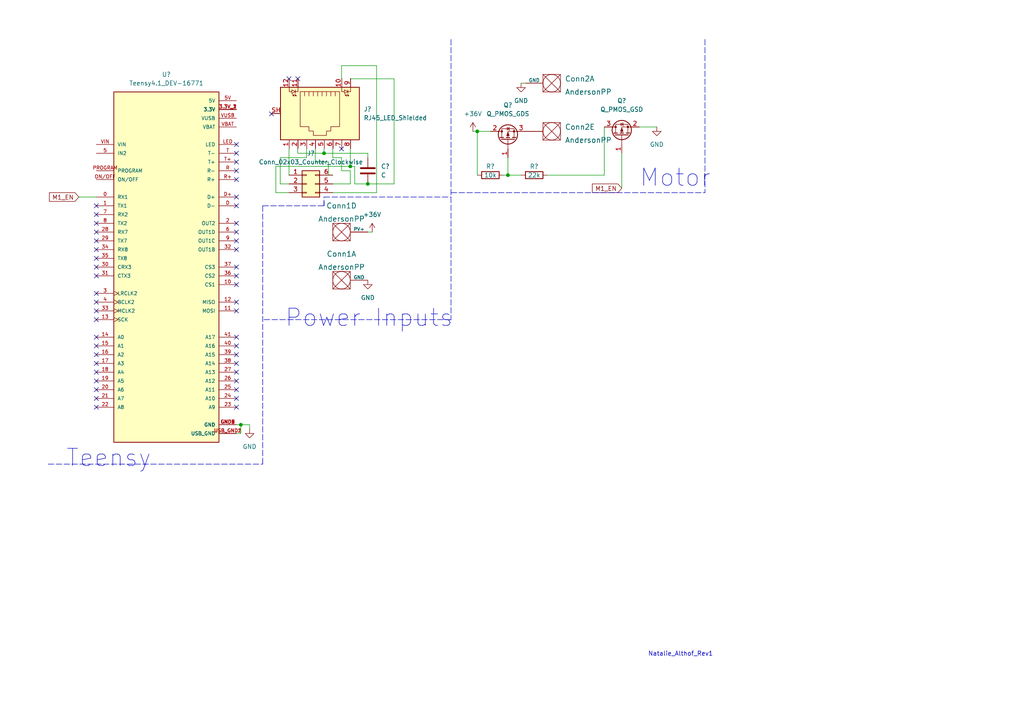
<source format=kicad_sch>
(kicad_sch (version 20211123) (generator eeschema)
  (paper "A4")
  (lib_symbols
    (symbol "Connector:RJ45_LED_Shielded" (pin_names (offset 1.016))
      (property "Reference" "J" (at -5.08 13.97 0))
      (property "Value" "RJ45_LED_Shielded" (at 1.27 13.97 0))
      (symbol "RJ45_LED_Shielded_0_1"
        (polyline (pts (xy -7.62 -7.62) (xy -6.35 -7.62)))
        (polyline (pts (xy -7.62 -5.08) (xy -6.35 -5.08)))
        (polyline (pts (xy -7.62 7.62) (xy -6.35 7.62)))
        (polyline (pts (xy -7.62 10.16) (xy -6.35 10.16)))
        (polyline (pts (xy -6.858 -5.842) (xy -5.842 -5.842)))
        (polyline (pts (xy -6.858 9.398) (xy -5.842 9.398)))
        (polyline (pts (xy -6.35 -7.62) (xy -6.35 -6.858)))
        (polyline (pts (xy -6.35 -5.08) (xy -6.35 -5.842)))
        (polyline (pts (xy -6.35 7.62) (xy -6.35 8.382)))
        (polyline (pts (xy -6.35 10.16) (xy -6.35 9.398)))
        (polyline (pts (xy -5.08 -6.223) (xy -5.207 -6.604)))
        (polyline (pts (xy -5.08 -5.588) (xy -5.207 -5.969)))
        (polyline (pts (xy -5.08 4.445) (xy -6.35 4.445)))
        (polyline (pts (xy -5.08 5.715) (xy -6.35 5.715)))
        (polyline (pts (xy -5.08 9.017) (xy -5.207 8.636)))
        (polyline (pts (xy -5.08 9.652) (xy -5.207 9.271)))
        (polyline (pts (xy -6.35 -3.175) (xy -5.08 -3.175) (xy -5.08 -3.175)))
        (polyline (pts (xy -6.35 -1.905) (xy -5.08 -1.905) (xy -5.08 -1.905)))
        (polyline (pts (xy -6.35 -0.635) (xy -5.08 -0.635) (xy -5.08 -0.635)))
        (polyline (pts (xy -6.35 0.635) (xy -5.08 0.635) (xy -5.08 0.635)))
        (polyline (pts (xy -6.35 1.905) (xy -5.08 1.905) (xy -5.08 1.905)))
        (polyline (pts (xy -5.588 -6.731) (xy -5.08 -6.223) (xy -5.461 -6.35)))
        (polyline (pts (xy -5.588 -6.096) (xy -5.08 -5.588) (xy -5.461 -5.715)))
        (polyline (pts (xy -5.588 8.509) (xy -5.08 9.017) (xy -5.461 8.89)))
        (polyline (pts (xy -5.588 9.144) (xy -5.08 9.652) (xy -5.461 9.525)))
        (polyline (pts (xy -5.08 3.175) (xy -6.35 3.175) (xy -6.35 3.175)))
        (polyline (pts (xy -6.35 -5.842) (xy -6.858 -6.858) (xy -5.842 -6.858) (xy -6.35 -5.842)))
        (polyline (pts (xy -6.35 9.398) (xy -6.858 8.382) (xy -5.842 8.382) (xy -6.35 9.398)))
        (polyline (pts (xy -6.35 -4.445) (xy -6.35 6.985) (xy 3.81 6.985) (xy 3.81 4.445) (xy 5.08 4.445) (xy 5.08 3.175) (xy 6.35 3.175) (xy 6.35 -0.635) (xy 5.08 -0.635) (xy 5.08 -1.905) (xy 3.81 -1.905) (xy 3.81 -4.445) (xy -6.35 -4.445) (xy -6.35 -4.445)))
        (rectangle (start 7.62 12.7) (end -7.62 -10.16) (stroke (width 0.254)) (fill (type background)))
      )
      (symbol "RJ45_LED_Shielded_1_1"
        (pin passive line (at 10.16 -7.62 180) (length 2.54) (name "~") (number "1"))
        (pin passive line (at -10.16 7.62 0) (length 2.54) (name "~") (number "10"))
        (pin passive line (at -10.16 -5.08 0) (length 2.54) (name "~") (number "11"))
        (pin passive line (at -10.16 -7.62 0) (length 2.54) (name "~") (number "12"))
        (pin passive line (at 10.16 -5.08 180) (length 2.54) (name "~") (number "2"))
        (pin passive line (at 10.16 -2.54 180) (length 2.54) (name "~") (number "3"))
        (pin passive line (at 10.16 0 180) (length 2.54) (name "~") (number "4"))
        (pin passive line (at 10.16 2.54 180) (length 2.54) (name "~") (number "5"))
        (pin passive line (at 10.16 5.08 180) (length 2.54) (name "~") (number "6"))
        (pin passive line (at 10.16 7.62 180) (length 2.54) (name "~") (number "7"))
        (pin passive line (at 10.16 10.16 180) (length 2.54) (name "~") (number "8"))
        (pin passive line (at -10.16 10.16 0) (length 2.54) (name "~") (number "9"))
        (pin passive line (at 0 -12.7 90) (length 2.54) (name "~") (number "SH"))
      )
    )
    (symbol "Connector_Generic:Conn_02x03_Counter_Clockwise" (pin_names (offset 1.016) hide)
      (property "Reference" "J" (at 1.27 5.08 0))
      (property "Value" "Conn_02x03_Counter_Clockwise" (at 1.27 -5.08 0))
      (symbol "Conn_02x03_Counter_Clockwise_1_1"
        (rectangle (start -1.27 -2.413) (end 0 -2.667) (stroke (width 0.1524)))
        (rectangle (start -1.27 0.127) (end 0 -0.127) (stroke (width 0.1524)))
        (rectangle (start -1.27 2.667) (end 0 2.413) (stroke (width 0.1524)))
        (rectangle (start -1.27 3.81) (end 3.81 -3.81) (stroke (width 0.254)) (fill (type background)))
        (rectangle (start 3.81 -2.413) (end 2.54 -2.667) (stroke (width 0.1524)))
        (rectangle (start 3.81 0.127) (end 2.54 -0.127) (stroke (width 0.1524)))
        (rectangle (start 3.81 2.667) (end 2.54 2.413) (stroke (width 0.1524)))
        (pin passive line (at -5.08 2.54 0) (length 3.81) (name "Pin_1") (number "1"))
        (pin passive line (at -5.08 0 0) (length 3.81) (name "Pin_2") (number "2"))
        (pin passive line (at -5.08 -2.54 0) (length 3.81) (name "Pin_3") (number "3"))
        (pin passive line (at 7.62 -2.54 180) (length 3.81) (name "Pin_4") (number "4"))
        (pin passive line (at 7.62 0 180) (length 3.81) (name "Pin_5") (number "5"))
        (pin passive line (at 7.62 2.54 180) (length 3.81) (name "Pin_6") (number "6"))
      )
    )
    (symbol "Device:C" (pin_numbers hide) (pin_names (offset 0.254))
      (property "Reference" "C" (at 0.635 2.54 0))
      (property "Value" "C" (at 0.635 -2.54 0))
      (symbol "C_0_1"
        (polyline (pts (xy -2.032 -0.762) (xy 2.032 -0.762)) (stroke (width 0.508)))
        (polyline (pts (xy -2.032 0.762) (xy 2.032 0.762)) (stroke (width 0.508)))
      )
      (symbol "C_1_1"
        (pin passive line (at 0 3.81 270) (length 2.794) (name "~") (number "1"))
        (pin passive line (at 0 -3.81 90) (length 2.794) (name "~") (number "2"))
      )
    )
    (symbol "Device:Q_PMOS_GDS" (pin_names (offset 0) hide)
      (property "Reference" "Q" (at 5.08 1.27 0))
      (property "Value" "Q_PMOS_GDS" (at 5.08 -1.27 0))
      (symbol "Q_PMOS_GDS_0_1"
        (polyline (pts (xy 0.254 0) (xy -2.54 0)))
        (polyline (pts (xy 0.254 1.905) (xy 0.254 -1.905)) (stroke (width 0.254)))
        (polyline (pts (xy 0.762 -1.27) (xy 0.762 -2.286)) (stroke (width 0.254)))
        (polyline (pts (xy 0.762 0.508) (xy 0.762 -0.508)) (stroke (width 0.254)))
        (polyline (pts (xy 0.762 2.286) (xy 0.762 1.27)) (stroke (width 0.254)))
        (polyline (pts (xy 2.54 2.54) (xy 2.54 1.778)))
        (polyline (pts (xy 2.54 -2.54) (xy 2.54 0) (xy 0.762 0)))
        (polyline (pts (xy 0.762 1.778) (xy 3.302 1.778) (xy 3.302 -1.778) (xy 0.762 -1.778)))
        (polyline (pts (xy 2.286 0) (xy 1.27 0.381) (xy 1.27 -0.381) (xy 2.286 0)) (fill (type outline)))
        (polyline (pts (xy 2.794 -0.508) (xy 2.921 -0.381) (xy 3.683 -0.381) (xy 3.81 -0.254)))
        (polyline (pts (xy 3.302 -0.381) (xy 2.921 0.254) (xy 3.683 0.254) (xy 3.302 -0.381)))
        (circle (center 1.651 0) (radius 2.794) (stroke (width 0.254)))
        (circle (center 2.54 -1.778) (radius 0.254) (fill (type outline)))
        (circle (center 2.54 1.778) (radius 0.254) (fill (type outline)))
      )
      (symbol "Q_PMOS_GDS_1_1"
        (pin input line (at -5.08 0 0) (length 2.54) (name "G") (number "1"))
        (pin passive line (at 2.54 5.08 270) (length 2.54) (name "D") (number "2"))
        (pin passive line (at 2.54 -5.08 90) (length 2.54) (name "S") (number "3"))
      )
    )
    (symbol "Device:Q_PMOS_GSD" (pin_names (offset 0) hide)
      (property "Reference" "Q" (at 5.08 1.27 0))
      (property "Value" "Q_PMOS_GSD" (at 5.08 -1.27 0))
      (symbol "Q_PMOS_GSD_0_1"
        (polyline (pts (xy 0.254 0) (xy -2.54 0)))
        (polyline (pts (xy 0.254 1.905) (xy 0.254 -1.905)) (stroke (width 0.254)))
        (polyline (pts (xy 0.762 -1.27) (xy 0.762 -2.286)) (stroke (width 0.254)))
        (polyline (pts (xy 0.762 0.508) (xy 0.762 -0.508)) (stroke (width 0.254)))
        (polyline (pts (xy 0.762 2.286) (xy 0.762 1.27)) (stroke (width 0.254)))
        (polyline (pts (xy 2.54 2.54) (xy 2.54 1.778)))
        (polyline (pts (xy 2.54 -2.54) (xy 2.54 0) (xy 0.762 0)))
        (polyline (pts (xy 0.762 1.778) (xy 3.302 1.778) (xy 3.302 -1.778) (xy 0.762 -1.778)))
        (polyline (pts (xy 2.286 0) (xy 1.27 0.381) (xy 1.27 -0.381) (xy 2.286 0)) (fill (type outline)))
        (polyline (pts (xy 2.794 -0.508) (xy 2.921 -0.381) (xy 3.683 -0.381) (xy 3.81 -0.254)))
        (polyline (pts (xy 3.302 -0.381) (xy 2.921 0.254) (xy 3.683 0.254) (xy 3.302 -0.381)))
        (circle (center 1.651 0) (radius 2.794) (stroke (width 0.254)))
        (circle (center 2.54 -1.778) (radius 0.254) (fill (type outline)))
        (circle (center 2.54 1.778) (radius 0.254) (fill (type outline)))
      )
      (symbol "Q_PMOS_GSD_1_1"
        (pin input line (at -5.08 0 0) (length 2.54) (name "G") (number "1"))
        (pin passive line (at 2.54 -5.08 90) (length 2.54) (name "S") (number "2"))
        (pin passive line (at 2.54 5.08 270) (length 2.54) (name "D") (number "3"))
      )
    )
    (symbol "Device:R" (pin_numbers hide) (pin_names (offset 0))
      (property "Reference" "R" (at 2.032 0 90))
      (property "Value" "R" (at 0 0 90))
      (symbol "R_0_1"
        (rectangle (start -1.016 -2.54) (end 1.016 2.54) (stroke (width 0.254)))
      )
      (symbol "R_1_1"
        (pin passive line (at 0 3.81 270) (length 1.27) (name "~") (number "1"))
        (pin passive line (at 0 -3.81 90) (length 1.27) (name "~") (number "2"))
      )
    )
    (symbol "MRDT_Connectors:AndersonPP" (pin_numbers hide) (pin_names (offset 0))
      (property "Reference" "Conn" (at 3.81 -1.27 0))
      (property "Value" "AndersonPP" (at 2.54 6.35 0))
      (symbol "AndersonPP_0_1"
        (polyline (pts (xy 0 5.08) (xy 5.08 0)))
        (polyline (pts (xy 5.08 5.08) (xy 0 0)))
        (rectangle (start 0 0) (end 5.08 5.08))
        (circle (center 2.54 2.54) (radius 2.54))
      )
      (symbol "AndersonPP_1_1"
        (pin input line (at 10.16 2.54 180) (length 5.08) (name "GND") (number "1"))
      )
      (symbol "AndersonPP_2_1"
        (pin input line (at 10.16 2.54 180) (length 5.08) (name "V+Log") (number "2"))
      )
      (symbol "AndersonPP_3_1"
        (pin input line (at 10.16 2.54 180) (length 5.08) (name "V+Act") (number "3"))
      )
      (symbol "AndersonPP_4_1"
        (pin input line (at 10.16 2.54 180) (length 5.08) (name "PV+") (number "4"))
      )
      (symbol "AndersonPP_5_1"
        (pin input line (at 10.16 2.54 180) (length 5.08) (name "~") (number "1"))
      )
    )
    (symbol "MRDT_Shields:Teensy4.1_DEV-16771" (pin_names (offset 1.016))
      (property "Reference" "U" (at -15.24 52.07 0))
      (property "Value" "Teensy4.1_DEV-16771" (at -15.24 -53.34 0))
      (symbol "Teensy4.1_DEV-16771_0_0"
        (rectangle (start -15.24 -50.8) (end 15.24 50.8) (stroke (width 0.254)) (fill (type background)))
        (pin bidirectional line (at -20.32 20.32 0) (length 5.08) (name "RX1") (number "0"))
        (pin bidirectional line (at -20.32 17.78 0) (length 5.08) (name "TX1") (number "1"))
        (pin bidirectional line (at 20.32 -5.08 180) (length 5.08) (name "CS1") (number "10"))
        (pin bidirectional line (at 20.32 -12.7 180) (length 5.08) (name "MOSI") (number "11"))
        (pin bidirectional line (at 20.32 -10.16 180) (length 5.08) (name "MISO") (number "12"))
        (pin bidirectional clock (at -20.32 -15.24 0) (length 5.08) (name "SCK") (number "13"))
        (pin bidirectional line (at -20.32 -20.32 0) (length 5.08) (name "A0") (number "14"))
        (pin bidirectional line (at -20.32 -22.86 0) (length 5.08) (name "A1") (number "15"))
        (pin bidirectional line (at -20.32 -25.4 0) (length 5.08) (name "A2") (number "16"))
        (pin bidirectional line (at -20.32 -27.94 0) (length 5.08) (name "A3") (number "17"))
        (pin bidirectional line (at -20.32 -30.48 0) (length 5.08) (name "A4") (number "18"))
        (pin bidirectional line (at -20.32 -33.02 0) (length 5.08) (name "A5") (number "19"))
        (pin output line (at 20.32 12.7 180) (length 5.08) (name "OUT2") (number "2"))
        (pin bidirectional line (at -20.32 -35.56 0) (length 5.08) (name "A6") (number "20"))
        (pin bidirectional line (at -20.32 -38.1 0) (length 5.08) (name "A7") (number "21"))
        (pin bidirectional line (at -20.32 -40.64 0) (length 5.08) (name "A8") (number "22"))
        (pin bidirectional line (at 20.32 -40.64 180) (length 5.08) (name "A9") (number "23"))
        (pin bidirectional line (at 20.32 -38.1 180) (length 5.08) (name "A10") (number "24"))
        (pin bidirectional line (at 20.32 -35.56 180) (length 5.08) (name "A11") (number "25"))
        (pin bidirectional line (at 20.32 -33.02 180) (length 5.08) (name "A12") (number "26"))
        (pin bidirectional line (at 20.32 -30.48 180) (length 5.08) (name "A13") (number "27"))
        (pin bidirectional line (at -20.32 10.16 0) (length 5.08) (name "RX7") (number "28"))
        (pin bidirectional line (at -20.32 7.62 0) (length 5.08) (name "TX7") (number "29"))
        (pin bidirectional clock (at -20.32 -7.62 0) (length 5.08) (name "LRCLK2") (number "3"))
        (pin power_in line (at 20.32 45.72 180) (length 5.08) (name "3.3V") (number "3.3V_1"))
        (pin power_in line (at 20.32 45.72 180) (length 5.08) (name "3.3V") (number "3.3V_2"))
        (pin power_in line (at 20.32 45.72 180) (length 5.08) (name "3.3V") (number "3.3V_3"))
        (pin bidirectional line (at -20.32 0 0) (length 5.08) (name "CRX3") (number "30"))
        (pin bidirectional line (at -20.32 -2.54 0) (length 5.08) (name "CTX3") (number "31"))
        (pin output line (at 20.32 5.08 180) (length 5.08) (name "OUT1B") (number "32"))
        (pin bidirectional clock (at -20.32 -12.7 0) (length 5.08) (name "MCLK2") (number "33"))
        (pin bidirectional line (at -20.32 5.08 0) (length 5.08) (name "RX8") (number "34"))
        (pin bidirectional line (at -20.32 2.54 0) (length 5.08) (name "TX8") (number "35"))
        (pin bidirectional line (at 20.32 -2.54 180) (length 5.08) (name "CS2") (number "36"))
        (pin bidirectional line (at 20.32 0 180) (length 5.08) (name "CS3") (number "37"))
        (pin bidirectional line (at 20.32 -27.94 180) (length 5.08) (name "A14") (number "38"))
        (pin bidirectional line (at 20.32 -25.4 180) (length 5.08) (name "A15") (number "39"))
        (pin bidirectional clock (at -20.32 -10.16 0) (length 5.08) (name "BCLK2") (number "4"))
        (pin bidirectional line (at 20.32 -22.86 180) (length 5.08) (name "A16") (number "40"))
        (pin bidirectional line (at 20.32 -20.32 180) (length 5.08) (name "A17") (number "41"))
        (pin bidirectional line (at -20.32 33.02 0) (length 5.08) (name "IN2") (number "5"))
        (pin power_in line (at 20.32 48.26 180) (length 5.08) (name "5V") (number "5V"))
        (pin output line (at 20.32 10.16 180) (length 5.08) (name "OUT1D") (number "6"))
        (pin bidirectional line (at -20.32 15.24 0) (length 5.08) (name "RX2") (number "7"))
        (pin bidirectional line (at -20.32 12.7 0) (length 5.08) (name "TX2") (number "8"))
        (pin output line (at 20.32 7.62 180) (length 5.08) (name "OUT1C") (number "9"))
        (pin bidirectional line (at 20.32 17.78 180) (length 5.08) (name "D-") (number "D"))
        (pin bidirectional line (at 20.32 20.32 180) (length 5.08) (name "D+") (number "D+"))
        (pin power_in line (at 20.32 -45.72 180) (length 5.08) (name "GND") (number "GND1"))
        (pin power_in line (at 20.32 -45.72 180) (length 5.08) (name "GND") (number "GND2"))
        (pin power_in line (at 20.32 -45.72 180) (length 5.08) (name "GND") (number "GND3"))
        (pin power_in line (at 20.32 -45.72 180) (length 5.08) (name "GND") (number "GND4"))
        (pin power_in line (at 20.32 -45.72 180) (length 5.08) (name "GND") (number "GND5"))
        (pin bidirectional line (at 20.32 35.56 180) (length 5.08) (name "LED") (number "LED"))
        (pin bidirectional line (at -20.32 25.4 0) (length 5.08) (name "ON/OFF") (number "ON/OFF"))
        (pin bidirectional line (at -20.32 27.94 0) (length 5.08) (name "PROGRAM") (number "PROGRAM"))
        (pin bidirectional line (at 20.32 27.94 180) (length 5.08) (name "R-") (number "R"))
        (pin bidirectional line (at 20.32 25.4 180) (length 5.08) (name "R+") (number "R+"))
        (pin bidirectional line (at 20.32 33.02 180) (length 5.08) (name "T-") (number "T"))
        (pin bidirectional line (at 20.32 30.48 180) (length 5.08) (name "T+") (number "T+"))
        (pin power_in line (at 20.32 -48.26 180) (length 5.08) (name "USB_GND") (number "USB_GND1"))
        (pin power_in line (at 20.32 -48.26 180) (length 5.08) (name "USB_GND") (number "USB_GND2"))
        (pin passive line (at 20.32 40.64 180) (length 5.08) (name "VBAT") (number "VBAT"))
        (pin input line (at -20.32 35.56 0) (length 5.08) (name "VIN") (number "VIN"))
        (pin passive line (at 20.32 43.18 180) (length 5.08) (name "VUSB") (number "VUSB"))
      )
    )
    (symbol "power:+36V" (power) (pin_names (offset 0))
      (property "Value" "+36V" (at 0 3.556 0))
      (symbol "+36V_0_1"
        (polyline (pts (xy -0.762 1.27) (xy 0 2.54)))
        (polyline (pts (xy 0 0) (xy 0 2.54)))
        (polyline (pts (xy 0 2.54) (xy 0.762 1.27)))
      )
      (symbol "+36V_1_1"
        (pin power_in line (at 0 0 90) (length 0) hide (name "+36V") (number "1"))
      )
    )
    (symbol "power:GND" (power) (pin_names (offset 0))
      (property "Value" "GND" (at 0 -3.81 0))
      (symbol "GND_0_1"
        (polyline (pts (xy 0 0) (xy 0 -1.27) (xy 1.27 -1.27) (xy 0 -2.54) (xy -1.27 -1.27) (xy 0 -1.27)))
      )
      (symbol "GND_1_1"
        (pin power_in line (at 0 0 270) (length 0) hide (name "GND") (number "1"))
      )
    )
  )
  (junction (at 147.32 50.8))
  (junction (at 93.98 44.45))
  (junction (at 106.68 53.34))
  (junction (at 69.85 123.19))
  (junction (at 138.43 38.1))
  (junction (at 101.6 48.26))
  (no_connect (at 99.06 43.18))
  (no_connect (at 27.94 59.69))
  (no_connect (at 68.58 97.79))
  (no_connect (at 68.58 100.33))
  (no_connect (at 68.58 102.87))
  (no_connect (at 68.58 105.41))
  (no_connect (at 68.58 107.95))
  (no_connect (at 68.58 110.49))
  (no_connect (at 68.58 113.03))
  (no_connect (at 68.58 115.57))
  (no_connect (at 68.58 118.11))
  (no_connect (at 27.94 67.31))
  (no_connect (at 27.94 64.77))
  (no_connect (at 27.94 62.23))
  (no_connect (at 68.58 90.17))
  (no_connect (at 68.58 87.63))
  (no_connect (at 68.58 82.55))
  (no_connect (at 68.58 80.01))
  (no_connect (at 68.58 77.47))
  (no_connect (at 68.58 72.39))
  (no_connect (at 68.58 69.85))
  (no_connect (at 68.58 67.31))
  (no_connect (at 68.58 64.77))
  (no_connect (at 27.94 97.79))
  (no_connect (at 27.94 92.71))
  (no_connect (at 27.94 90.17))
  (no_connect (at 27.94 87.63))
  (no_connect (at 27.94 85.09))
  (no_connect (at 27.94 80.01))
  (no_connect (at 27.94 77.47))
  (no_connect (at 27.94 74.93))
  (no_connect (at 27.94 72.39))
  (no_connect (at 27.94 69.85))
  (no_connect (at 68.58 59.69))
  (no_connect (at 68.58 57.15))
  (no_connect (at 68.58 52.07))
  (no_connect (at 68.58 49.53))
  (no_connect (at 68.58 46.99))
  (no_connect (at 68.58 44.45))
  (no_connect (at 68.58 41.91))
  (no_connect (at 27.94 107.95))
  (no_connect (at 27.94 105.41))
  (no_connect (at 27.94 102.87))
  (no_connect (at 27.94 100.33))
  (no_connect (at 83.82 22.86))
  (no_connect (at 86.36 22.86))
  (no_connect (at 78.74 33.02))
  (no_connect (at 27.94 118.11))
  (no_connect (at 27.94 115.57))
  (no_connect (at 27.94 113.03))
  (no_connect (at 27.94 110.49))
  (wire (pts (xy 137.16 38.1) (xy 138.43 38.1)))
  (wire (pts (xy 83.82 53.34) (xy 81.28 53.34)))
  (wire (pts (xy 72.39 123.19) (xy 72.39 124.46)))
  (wire (pts (xy 138.43 38.1) (xy 138.43 50.8)))
  (wire (pts (xy 151.13 24.13) (xy 152.4 24.13)))
  (wire (pts (xy 22.86 57.15) (xy 27.94 57.15)))
  (wire (pts (xy 86.36 44.45) (xy 93.98 44.45)))
  (wire (pts (xy 101.6 22.86) (xy 114.3 22.86)))
  (wire (pts (xy 190.5 36.83) (xy 185.42 36.83)))
  (wire (pts (xy 83.82 43.18) (xy 83.82 50.8)))
  (wire (pts (xy 99.06 45.72) (xy 96.52 45.72)))
  (wire (pts (xy 106.68 45.72) (xy 106.68 44.45)))
  (polyline (pts (xy 93.98 57.15) (xy 130.81 57.15)))
  (wire (pts (xy 102.87 53.34) (xy 106.68 53.34)))
  (wire (pts (xy 138.43 38.1) (xy 142.24 38.1)))
  (polyline (pts (xy 76.2 133.35) (xy 76.2 134.62)))
  (wire (pts (xy 69.85 123.19) (xy 72.39 123.19)))
  (wire (pts (xy 96.52 43.18) (xy 96.52 45.72)))
  (wire (pts (xy 81.28 53.34) (xy 81.28 45.72)))
  (wire (pts (xy 114.3 22.86) (xy 114.3 53.34)))
  (wire (pts (xy 101.6 48.26) (xy 102.87 48.26)))
  (wire (pts (xy 69.85 125.73) (xy 69.85 123.19)))
  (wire (pts (xy 99.06 49.53) (xy 101.6 49.53)))
  (polyline (pts (xy 13.97 134.62) (xy 76.2 134.62)))
  (wire (pts (xy 147.32 50.8) (xy 151.13 50.8)))
  (wire (pts (xy 101.6 49.53) (xy 101.6 53.34)))
  (wire (pts (xy 96.52 50.8) (xy 95.25 50.8)))
  (wire (pts (xy 175.26 36.83) (xy 175.26 50.8)))
  (wire (pts (xy 95.25 46.99) (xy 91.44 46.99)))
  (wire (pts (xy 114.3 53.34) (xy 106.68 53.34)))
  (polyline (pts (xy 93.98 58.42) (xy 93.98 59.69)))
  (wire (pts (xy 99.06 49.53) (xy 99.06 45.72)))
  (polyline (pts (xy 204.47 11.43) (xy 204.47 55.88)))
  (wire (pts (xy 93.98 43.18) (xy 93.98 44.45)))
  (polyline (pts (xy 93.98 59.69) (xy 93.98 57.15)))
  (wire (pts (xy 80.01 48.26) (xy 101.6 48.26)))
  (wire (pts (xy 106.68 44.45) (xy 93.98 44.45)))
  (polyline (pts (xy 130.81 55.88) (xy 204.47 55.88)))
  (polyline (pts (xy 130.81 92.71) (xy 76.2 92.71)))
  (wire (pts (xy 88.9 43.18) (xy 88.9 45.72)))
  (wire (pts (xy 102.87 48.26) (xy 102.87 53.34)))
  (wire (pts (xy 175.26 50.8) (xy 158.75 50.8)))
  (wire (pts (xy 101.6 43.18) (xy 101.6 48.26)))
  (polyline (pts (xy 76.2 59.69) (xy 93.98 59.69)))
  (wire (pts (xy 68.58 125.73) (xy 69.85 125.73)))
  (wire (pts (xy 95.25 50.8) (xy 95.25 46.99)))
  (wire (pts (xy 80.01 55.88) (xy 80.01 48.26)))
  (wire (pts (xy 107.95 67.31) (xy 106.68 67.31)))
  (wire (pts (xy 109.22 55.88) (xy 109.22 19.05)))
  (wire (pts (xy 96.52 55.88) (xy 109.22 55.88)))
  (polyline (pts (xy 76.2 59.69) (xy 76.2 134.62)))
  (wire (pts (xy 83.82 55.88) (xy 80.01 55.88)))
  (wire (pts (xy 101.6 53.34) (xy 96.52 53.34)))
  (wire (pts (xy 146.05 50.8) (xy 147.32 50.8)))
  (wire (pts (xy 91.44 43.18) (xy 91.44 46.99)))
  (polyline (pts (xy 130.81 11.43) (xy 130.81 92.71)))
  (wire (pts (xy 147.32 45.72) (xy 147.32 50.8)))
  (wire (pts (xy 99.06 19.05) (xy 99.06 22.86)))
  (wire (pts (xy 109.22 19.05) (xy 99.06 19.05)))
  (wire (pts (xy 68.58 123.19) (xy 69.85 123.19)))
  (wire (pts (xy 81.28 45.72) (xy 88.9 45.72)))
  (wire (pts (xy 86.36 43.18) (xy 86.36 44.45)))
  (wire (pts (xy 180.34 54.61) (xy 180.34 44.45)))
  (text "Natalie_Althof_Rev1\n" (at 187.96 190.5 0) (effects (font (size 1.27 1.27)) (justify left bottom)))
  (text "Motor" (at 185.42 54.61 0) (effects (font (size 5 5)) (justify left bottom)))
  (text "Teensy" (at 19.05 135.89 0) (effects (font (size 5 5)) (justify left bottom)))
  (text "Power Inputs" (at 82.55 95.25 0) (effects (font (size 5 5)) (justify left bottom)))
  (global_label "M1_EN" (shape input) (at 180.34 54.61 180) (property "Intersheet References" "${INTERSHEET_REFS}" (effects hide)))
  (global_label "M1_EN" (shape input) (at 22.86 57.15 180) (property "Intersheet References" "${INTERSHEET_REFS}" (effects hide)))
  (symbol (lib_id "power:GND") (at 151.13 24.13 0) (unit 1)
    (property "Reference" "#PWR?" (effects hide))
    (property "Value" "GND" (at 151.13 29.21 0))
  )
  (symbol (lib_id "Device:Q_PMOS_GSD") (at 180.34 39.37 90) (unit 1)
    (property "Reference" "Q?" (at 180.34 29.21 90))
    (property "Value" "Q_PMOS_GSD" (at 180.34 31.75 90))
  )
  (symbol (lib_id "MRDT_Connectors:AndersonPP") (at 96.52 69.85 0) (unit 4)
    (property "Reference" "Conn1" (at 99.06 59.69 0) (effects (font (size 1.524 1.524))))
    (property "Value" "AndersonPP" (at 99.06 63.5 0) (effects (font (size 1.524 1.524))))
  )
  (symbol (lib_id "MRDT_Connectors:AndersonPP") (at 162.56 40.64 0) (mirror y) (unit 5)
    (property "Reference" "Conn2" (at 163.83 36.83 0) (effects (font (size 1.524 1.524)) (justify right)))
    (property "Value" "AndersonPP" (at 163.83 40.64 0) (effects (font (size 1.524 1.524)) (justify right)))
  )
  (symbol (lib_id "power:GND") (at 72.39 124.46 0) (unit 1)
    (property "Reference" "#PWR?" (effects hide))
    (property "Value" "GND" (at 72.39 129.54 0))
  )
  (symbol (lib_id "MRDT_Connectors:AndersonPP") (at 96.52 83.82 0) (unit 1)
    (property "Reference" "Conn1" (at 99.06 73.66 0) (effects (font (size 1.524 1.524))))
    (property "Value" "AndersonPP" (at 99.06 77.47 0) (effects (font (size 1.524 1.524))))
  )
  (symbol (lib_id "power:GND") (at 190.5 36.83 0) (unit 1)
    (property "Reference" "#PWR?" (effects hide))
    (property "Value" "GND" (at 190.5 41.91 0))
  )
  (symbol (lib_id "Device:Q_PMOS_GDS") (at 147.32 40.64 90) (unit 1)
    (property "Reference" "Q?" (at 147.32 30.48 90))
    (property "Value" "Q_PMOS_GDS" (at 147.32 33.02 90))
  )
  (symbol (lib_id "power:+36V") (at 107.95 67.31 0) (unit 1)
    (property "Reference" "#PWR?" (effects hide))
    (property "Value" "+36V" (at 107.95 62.23 0))
  )
  (symbol (lib_id "power:+36V") (at 137.16 38.1 0) (unit 1)
    (property "Reference" "#PWR?" (effects hide))
    (property "Value" "+36V" (at 137.16 33.02 0))
  )
  (symbol (lib_id "MRDT_Shields:Teensy4.1_DEV-16771") (at 48.26 77.47 0) (unit 1)
    (property "Reference" "U?" (at 48.26 21.59 0))
    (property "Value" "Teensy4.1_DEV-16771" (at 48.26 24.13 0))
    (property "Footprint" "MODULE_DEV-16771" (effects hide))
    (property "STANDARD" "Manufacturer recommendations" (effects hide))
    (property "MAXIMUM_PACKAGE_HEIGHT" "4.07mm" (effects hide))
    (property "MANUFACTURER" "SparkFun Electronics" (effects hide))
    (property "PARTREV" "4.1" (effects hide))
  )
  (symbol (lib_id "Device:C") (at 106.68 49.53 0) (unit 1)
    (property "Reference" "C?" (at 110.49 48.2599 0) (effects (justify left)))
    (property "Value" "C" (at 110.49 50.7999 0) (effects (justify left)))
  )
  (symbol (lib_id "Connector_Generic:Conn_02x03_Counter_Clockwise") (at 88.9 53.34 0) (unit 1)
    (property "Reference" "J?" (at 90.17 44.45 0))
    (property "Value" "Conn_02x03_Counter_Clockwise" (at 90.17 46.99 0))
  )
  (symbol (lib_id "Connector:RJ45_LED_Shielded") (at 91.5105 32.9302 270) (unit 1)
    (property "Reference" "J?" (at 105.4805 31.6601 90) (effects (justify left)))
    (property "Value" "RJ45_LED_Shielded" (at 105.4805 34.2001 90) (effects (justify left)))
  )
  (symbol (lib_id "Device:R") (at 154.94 50.8 90) (unit 1)
    (property "Reference" "R?" (at 154.94 48.26 90))
    (property "Value" "22k" (at 154.94 50.8 90))
  )
  (symbol (lib_id "power:GND") (at 106.68 81.28 0) (unit 1)
    (property "Reference" "#PWR?" (effects hide))
    (property "Value" "GND" (at 106.68 86.36 0))
  )
  (symbol (lib_id "Device:R") (at 142.24 50.8 270) (unit 1)
    (property "Reference" "R?" (at 142.24 48.26 90))
    (property "Value" "10k" (at 142.24 50.8 90))
  )
  (symbol (lib_id "MRDT_Connectors:AndersonPP") (at 162.56 26.67 0) (mirror y) (unit 1)
    (property "Reference" "Conn2" (at 163.83 22.86 0) (effects (font (size 1.524 1.524)) (justify right)))
    (property "Value" "AndersonPP" (at 163.83 26.67 0) (effects (font (size 1.524 1.524)) (justify right)))
  )
)
</source>
